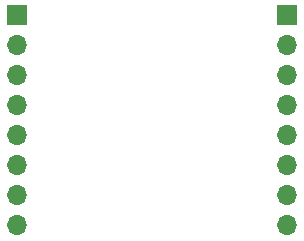
<source format=gbs>
%TF.GenerationSoftware,KiCad,Pcbnew,7.0.7*%
%TF.CreationDate,2024-10-03T15:52:36-07:00*%
%TF.ProjectId,Zoe_PCB,5a6f655f-5043-4422-9e6b-696361645f70,rev?*%
%TF.SameCoordinates,Original*%
%TF.FileFunction,Soldermask,Bot*%
%TF.FilePolarity,Negative*%
%FSLAX46Y46*%
G04 Gerber Fmt 4.6, Leading zero omitted, Abs format (unit mm)*
G04 Created by KiCad (PCBNEW 7.0.7) date 2024-10-03 15:52:36*
%MOMM*%
%LPD*%
G01*
G04 APERTURE LIST*
%ADD10R,1.700000X1.700000*%
%ADD11O,1.700000X1.700000*%
G04 APERTURE END LIST*
D10*
%TO.C,J2*%
X149860000Y-88900000D03*
D11*
X149860000Y-91440000D03*
X149860000Y-93980000D03*
X149860000Y-96520000D03*
X149860000Y-99060000D03*
X149860000Y-101600000D03*
X149860000Y-104140000D03*
X149860000Y-106680000D03*
%TD*%
D10*
%TO.C,J1*%
X127000000Y-88900000D03*
D11*
X127000000Y-91440000D03*
X127000000Y-93980000D03*
X127000000Y-96520000D03*
X127000000Y-99060000D03*
X127000000Y-101600000D03*
X127000000Y-104140000D03*
X127000000Y-106680000D03*
%TD*%
M02*

</source>
